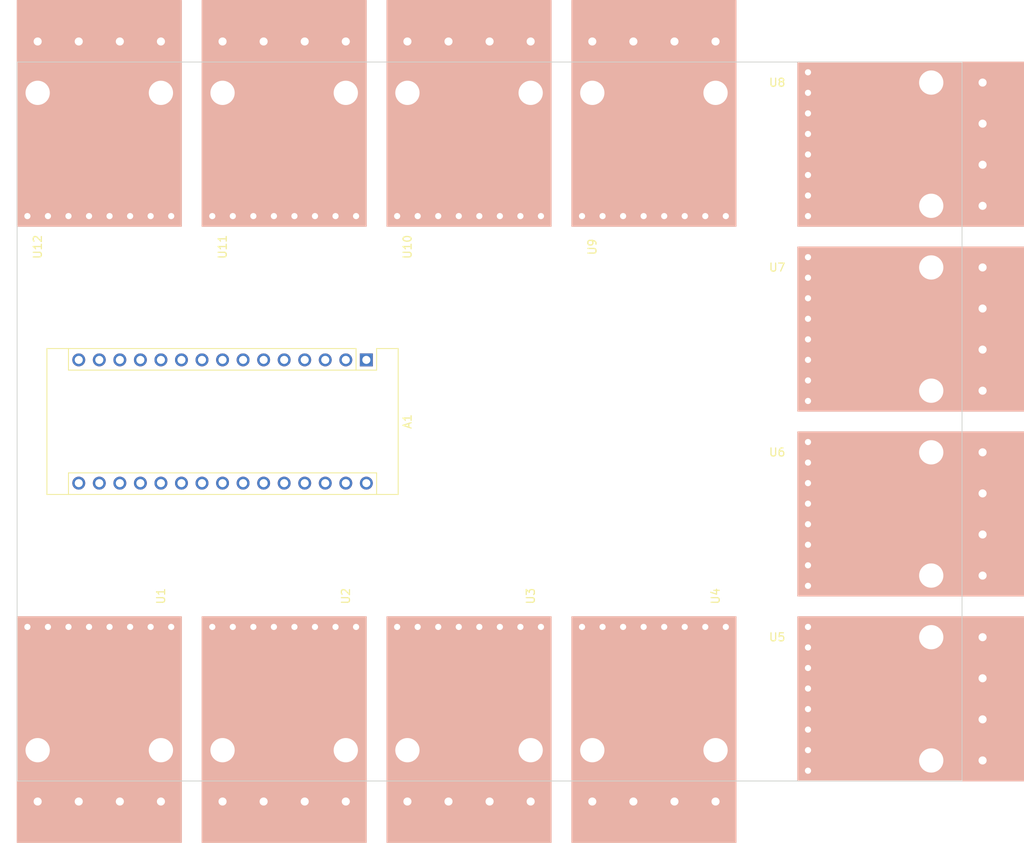
<source format=kicad_pcb>
(kicad_pcb (version 20171130) (host pcbnew "(5.1.9)-1")

  (general
    (thickness 1.6)
    (drawings 1)
    (tracks 0)
    (zones 0)
    (modules 13)
    (nets 102)
  )

  (page A4)
  (layers
    (0 F.Cu signal)
    (31 B.Cu signal)
    (32 B.Adhes user)
    (33 F.Adhes user)
    (34 B.Paste user)
    (35 F.Paste user)
    (36 B.SilkS user)
    (37 F.SilkS user)
    (38 B.Mask user)
    (39 F.Mask user)
    (40 Dwgs.User user)
    (41 Cmts.User user)
    (42 Eco1.User user)
    (43 Eco2.User user)
    (44 Edge.Cuts user)
    (45 Margin user)
    (46 B.CrtYd user)
    (47 F.CrtYd user)
    (48 B.Fab user)
    (49 F.Fab user)
  )

  (setup
    (last_trace_width 0.25)
    (trace_clearance 0.2)
    (zone_clearance 0.508)
    (zone_45_only no)
    (trace_min 0.2)
    (via_size 0.8)
    (via_drill 0.4)
    (via_min_size 0.4)
    (via_min_drill 0.3)
    (uvia_size 0.3)
    (uvia_drill 0.1)
    (uvias_allowed no)
    (uvia_min_size 0.2)
    (uvia_min_drill 0.1)
    (edge_width 0.05)
    (segment_width 0.2)
    (pcb_text_width 0.3)
    (pcb_text_size 1.5 1.5)
    (mod_edge_width 0.12)
    (mod_text_size 1 1)
    (mod_text_width 0.15)
    (pad_size 1.524 1.524)
    (pad_drill 0.762)
    (pad_to_mask_clearance 0)
    (aux_axis_origin 0 0)
    (visible_elements FFFFFF7F)
    (pcbplotparams
      (layerselection 0x010fc_ffffffff)
      (usegerberextensions false)
      (usegerberattributes true)
      (usegerberadvancedattributes true)
      (creategerberjobfile true)
      (excludeedgelayer true)
      (linewidth 0.100000)
      (plotframeref false)
      (viasonmask false)
      (mode 1)
      (useauxorigin false)
      (hpglpennumber 1)
      (hpglpenspeed 20)
      (hpglpendiameter 15.000000)
      (psnegative false)
      (psa4output false)
      (plotreference true)
      (plotvalue true)
      (plotinvisibletext false)
      (padsonsilk false)
      (subtractmaskfromsilk false)
      (outputformat 1)
      (mirror false)
      (drillshape 1)
      (scaleselection 1)
      (outputdirectory ""))
  )

  (net 0 "")
  (net 1 CLK)
  (net 2 SDO)
  (net 3 "Net-(A1-Pad30)")
  (net 4 SDI)
  (net 5 GND)
  (net 6 CS8)
  (net 7 "Net-(A1-Pad28)")
  (net 8 CS7)
  (net 9 +5V)
  (net 10 CS6)
  (net 11 "Net-(A1-Pad26)")
  (net 12 CS5)
  (net 13 "Net-(A1-Pad25)")
  (net 14 CS4)
  (net 15 "Net-(A1-Pad24)")
  (net 16 CS3)
  (net 17 "Net-(A1-Pad23)")
  (net 18 CS2)
  (net 19 "Net-(A1-Pad22)")
  (net 20 CS1)
  (net 21 CS11)
  (net 22 CS0)
  (net 23 CS10)
  (net 24 CS9)
  (net 25 "Net-(A1-Pad3)")
  (net 26 "Net-(A1-Pad18)")
  (net 27 "Net-(A1-Pad2)")
  (net 28 "Net-(A1-Pad17)")
  (net 29 "Net-(A1-Pad1)")
  (net 30 "Net-(U1-Pad12)")
  (net 31 "Net-(TH1-Pad3)")
  (net 32 "Net-(TH1-Pad2)")
  (net 33 "Net-(TH1-Pad1)")
  (net 34 "Net-(U1-Pad6)")
  (net 35 "Net-(U1-Pad5)")
  (net 36 "Net-(U2-Pad12)")
  (net 37 "Net-(TH2-Pad3)")
  (net 38 "Net-(TH2-Pad2)")
  (net 39 "Net-(TH2-Pad1)")
  (net 40 "Net-(U2-Pad6)")
  (net 41 "Net-(U2-Pad5)")
  (net 42 "Net-(U3-Pad12)")
  (net 43 "Net-(TH3-Pad3)")
  (net 44 "Net-(TH3-Pad2)")
  (net 45 "Net-(TH3-Pad1)")
  (net 46 "Net-(U3-Pad6)")
  (net 47 "Net-(U3-Pad5)")
  (net 48 "Net-(U4-Pad12)")
  (net 49 "Net-(TH4-Pad3)")
  (net 50 "Net-(TH4-Pad2)")
  (net 51 "Net-(TH4-Pad1)")
  (net 52 "Net-(U4-Pad6)")
  (net 53 "Net-(U4-Pad5)")
  (net 54 "Net-(U5-Pad12)")
  (net 55 "Net-(TH5-Pad3)")
  (net 56 "Net-(TH5-Pad2)")
  (net 57 "Net-(TH5-Pad1)")
  (net 58 "Net-(U5-Pad6)")
  (net 59 "Net-(U5-Pad5)")
  (net 60 "Net-(U6-Pad12)")
  (net 61 "Net-(TH6-Pad3)")
  (net 62 "Net-(TH6-Pad2)")
  (net 63 "Net-(TH6-Pad1)")
  (net 64 "Net-(U6-Pad6)")
  (net 65 "Net-(U6-Pad5)")
  (net 66 "Net-(U7-Pad12)")
  (net 67 "Net-(TH7-Pad3)")
  (net 68 "Net-(TH7-Pad2)")
  (net 69 "Net-(TH7-Pad1)")
  (net 70 "Net-(U7-Pad6)")
  (net 71 "Net-(U7-Pad5)")
  (net 72 "Net-(U8-Pad12)")
  (net 73 "Net-(TH8-Pad3)")
  (net 74 "Net-(TH8-Pad2)")
  (net 75 "Net-(TH8-Pad1)")
  (net 76 "Net-(U8-Pad6)")
  (net 77 "Net-(U8-Pad5)")
  (net 78 "Net-(U9-Pad12)")
  (net 79 "Net-(TH9-Pad3)")
  (net 80 "Net-(TH9-Pad2)")
  (net 81 "Net-(TH9-Pad1)")
  (net 82 "Net-(U9-Pad6)")
  (net 83 "Net-(U9-Pad5)")
  (net 84 "Net-(U10-Pad12)")
  (net 85 "Net-(TH10-Pad3)")
  (net 86 "Net-(TH10-Pad2)")
  (net 87 "Net-(TH10-Pad1)")
  (net 88 "Net-(U10-Pad6)")
  (net 89 "Net-(U10-Pad5)")
  (net 90 "Net-(U11-Pad12)")
  (net 91 "Net-(TH11-Pad3)")
  (net 92 "Net-(TH11-Pad2)")
  (net 93 "Net-(TH11-Pad1)")
  (net 94 "Net-(U11-Pad6)")
  (net 95 "Net-(U11-Pad5)")
  (net 96 "Net-(U12-Pad12)")
  (net 97 "Net-(TH12-Pad3)")
  (net 98 "Net-(TH12-Pad2)")
  (net 99 "Net-(TH12-Pad1)")
  (net 100 "Net-(U12-Pad6)")
  (net 101 "Net-(U12-Pad5)")

  (net_class Default "This is the default net class."
    (clearance 0.2)
    (trace_width 0.25)
    (via_dia 0.8)
    (via_drill 0.4)
    (uvia_dia 0.3)
    (uvia_drill 0.1)
    (add_net +5V)
    (add_net CLK)
    (add_net CS0)
    (add_net CS1)
    (add_net CS10)
    (add_net CS11)
    (add_net CS2)
    (add_net CS3)
    (add_net CS4)
    (add_net CS5)
    (add_net CS6)
    (add_net CS7)
    (add_net CS8)
    (add_net CS9)
    (add_net GND)
    (add_net "Net-(A1-Pad1)")
    (add_net "Net-(A1-Pad17)")
    (add_net "Net-(A1-Pad18)")
    (add_net "Net-(A1-Pad2)")
    (add_net "Net-(A1-Pad22)")
    (add_net "Net-(A1-Pad23)")
    (add_net "Net-(A1-Pad24)")
    (add_net "Net-(A1-Pad25)")
    (add_net "Net-(A1-Pad26)")
    (add_net "Net-(A1-Pad28)")
    (add_net "Net-(A1-Pad3)")
    (add_net "Net-(A1-Pad30)")
    (add_net "Net-(TH1-Pad1)")
    (add_net "Net-(TH1-Pad2)")
    (add_net "Net-(TH1-Pad3)")
    (add_net "Net-(TH10-Pad1)")
    (add_net "Net-(TH10-Pad2)")
    (add_net "Net-(TH10-Pad3)")
    (add_net "Net-(TH11-Pad1)")
    (add_net "Net-(TH11-Pad2)")
    (add_net "Net-(TH11-Pad3)")
    (add_net "Net-(TH12-Pad1)")
    (add_net "Net-(TH12-Pad2)")
    (add_net "Net-(TH12-Pad3)")
    (add_net "Net-(TH2-Pad1)")
    (add_net "Net-(TH2-Pad2)")
    (add_net "Net-(TH2-Pad3)")
    (add_net "Net-(TH3-Pad1)")
    (add_net "Net-(TH3-Pad2)")
    (add_net "Net-(TH3-Pad3)")
    (add_net "Net-(TH4-Pad1)")
    (add_net "Net-(TH4-Pad2)")
    (add_net "Net-(TH4-Pad3)")
    (add_net "Net-(TH5-Pad1)")
    (add_net "Net-(TH5-Pad2)")
    (add_net "Net-(TH5-Pad3)")
    (add_net "Net-(TH6-Pad1)")
    (add_net "Net-(TH6-Pad2)")
    (add_net "Net-(TH6-Pad3)")
    (add_net "Net-(TH7-Pad1)")
    (add_net "Net-(TH7-Pad2)")
    (add_net "Net-(TH7-Pad3)")
    (add_net "Net-(TH8-Pad1)")
    (add_net "Net-(TH8-Pad2)")
    (add_net "Net-(TH8-Pad3)")
    (add_net "Net-(TH9-Pad1)")
    (add_net "Net-(TH9-Pad2)")
    (add_net "Net-(TH9-Pad3)")
    (add_net "Net-(U1-Pad12)")
    (add_net "Net-(U1-Pad5)")
    (add_net "Net-(U1-Pad6)")
    (add_net "Net-(U10-Pad12)")
    (add_net "Net-(U10-Pad5)")
    (add_net "Net-(U10-Pad6)")
    (add_net "Net-(U11-Pad12)")
    (add_net "Net-(U11-Pad5)")
    (add_net "Net-(U11-Pad6)")
    (add_net "Net-(U12-Pad12)")
    (add_net "Net-(U12-Pad5)")
    (add_net "Net-(U12-Pad6)")
    (add_net "Net-(U2-Pad12)")
    (add_net "Net-(U2-Pad5)")
    (add_net "Net-(U2-Pad6)")
    (add_net "Net-(U3-Pad12)")
    (add_net "Net-(U3-Pad5)")
    (add_net "Net-(U3-Pad6)")
    (add_net "Net-(U4-Pad12)")
    (add_net "Net-(U4-Pad5)")
    (add_net "Net-(U4-Pad6)")
    (add_net "Net-(U5-Pad12)")
    (add_net "Net-(U5-Pad5)")
    (add_net "Net-(U5-Pad6)")
    (add_net "Net-(U6-Pad12)")
    (add_net "Net-(U6-Pad5)")
    (add_net "Net-(U6-Pad6)")
    (add_net "Net-(U7-Pad12)")
    (add_net "Net-(U7-Pad5)")
    (add_net "Net-(U7-Pad6)")
    (add_net "Net-(U8-Pad12)")
    (add_net "Net-(U8-Pad5)")
    (add_net "Net-(U8-Pad6)")
    (add_net "Net-(U9-Pad12)")
    (add_net "Net-(U9-Pad5)")
    (add_net "Net-(U9-Pad6)")
    (add_net SDI)
    (add_net SDO)
  )

  (module Connector:MAX31865_Module (layer F.Cu) (tedit 61705941) (tstamp 6170B917)
    (at 13.97 21.59 90)
    (path /6176D59C)
    (fp_text reference U12 (at -3.81 1.27 90) (layer F.SilkS)
      (effects (font (size 1 1) (thickness 0.15)))
    )
    (fp_text value MAX31865_Module (at -1.27 -2.54 90) (layer F.Fab)
      (effects (font (size 1 1) (thickness 0.15)))
    )
    (fp_poly (pts (xy 26.67 19.05) (xy -1.27 19.05) (xy -1.27 -1.27) (xy 26.67 -1.27)) (layer B.SilkS) (width 0.1))
    (pad 13 thru_hole circle (at 15.24 16.51 90) (size 3.524 3.524) (drill 3) (layers *.Cu *.Mask))
    (pad 13 thru_hole circle (at 15.24 1.27 90) (size 3.524 3.524) (drill 3) (layers *.Cu *.Mask))
    (pad 12 thru_hole circle (at 21.59 16.51 90) (size 2.524 2.524) (drill 1) (layers *.Cu *.Mask)
      (net 96 "Net-(U12-Pad12)"))
    (pad 11 thru_hole circle (at 21.59 11.43 90) (size 2.524 2.524) (drill 1) (layers *.Cu *.Mask)
      (net 97 "Net-(TH12-Pad3)"))
    (pad 10 thru_hole circle (at 21.59 6.35 90) (size 2.524 2.524) (drill 1) (layers *.Cu *.Mask)
      (net 98 "Net-(TH12-Pad2)"))
    (pad 9 thru_hole circle (at 21.59 1.27 90) (size 2.524 2.524) (drill 1) (layers *.Cu *.Mask)
      (net 99 "Net-(TH12-Pad1)"))
    (pad 8 thru_hole circle (at 0 17.78 90) (size 1.524 1.524) (drill 0.762) (layers *.Cu *.Mask)
      (net 9 +5V))
    (pad 7 thru_hole circle (at 0 15.24 90) (size 1.524 1.524) (drill 0.762) (layers *.Cu *.Mask)
      (net 5 GND))
    (pad 6 thru_hole circle (at 0 12.7 90) (size 1.524 1.524) (drill 0.762) (layers *.Cu *.Mask)
      (net 100 "Net-(U12-Pad6)"))
    (pad 5 thru_hole circle (at 0 10.16 90) (size 1.524 1.524) (drill 0.762) (layers *.Cu *.Mask)
      (net 101 "Net-(U12-Pad5)"))
    (pad 4 thru_hole circle (at 0 7.62 90) (size 1.524 1.524) (drill 0.762) (layers *.Cu *.Mask)
      (net 4 SDI))
    (pad 3 thru_hole circle (at 0 5.08 90) (size 1.524 1.524) (drill 0.762) (layers *.Cu *.Mask)
      (net 1 CLK))
    (pad 2 thru_hole circle (at 0 2.54 90) (size 1.524 1.524) (drill 0.762) (layers *.Cu *.Mask)
      (net 21 CS11))
    (pad 1 thru_hole circle (at 0 0 90) (size 1.524 1.524) (drill 0.762) (layers *.Cu *.Mask)
      (net 2 SDO))
  )

  (module Connector:MAX31865_Module (layer F.Cu) (tedit 61705941) (tstamp 6170B904)
    (at 36.83 21.59 90)
    (path /6175A06C)
    (fp_text reference U11 (at -3.81 1.27 90) (layer F.SilkS)
      (effects (font (size 1 1) (thickness 0.15)))
    )
    (fp_text value MAX31865_Module (at -1.27 -2.54 90) (layer F.Fab)
      (effects (font (size 1 1) (thickness 0.15)))
    )
    (fp_poly (pts (xy 26.67 19.05) (xy -1.27 19.05) (xy -1.27 -1.27) (xy 26.67 -1.27)) (layer B.SilkS) (width 0.1))
    (pad 13 thru_hole circle (at 15.24 16.51 90) (size 3.524 3.524) (drill 3) (layers *.Cu *.Mask))
    (pad 13 thru_hole circle (at 15.24 1.27 90) (size 3.524 3.524) (drill 3) (layers *.Cu *.Mask))
    (pad 12 thru_hole circle (at 21.59 16.51 90) (size 2.524 2.524) (drill 1) (layers *.Cu *.Mask)
      (net 90 "Net-(U11-Pad12)"))
    (pad 11 thru_hole circle (at 21.59 11.43 90) (size 2.524 2.524) (drill 1) (layers *.Cu *.Mask)
      (net 91 "Net-(TH11-Pad3)"))
    (pad 10 thru_hole circle (at 21.59 6.35 90) (size 2.524 2.524) (drill 1) (layers *.Cu *.Mask)
      (net 92 "Net-(TH11-Pad2)"))
    (pad 9 thru_hole circle (at 21.59 1.27 90) (size 2.524 2.524) (drill 1) (layers *.Cu *.Mask)
      (net 93 "Net-(TH11-Pad1)"))
    (pad 8 thru_hole circle (at 0 17.78 90) (size 1.524 1.524) (drill 0.762) (layers *.Cu *.Mask)
      (net 9 +5V))
    (pad 7 thru_hole circle (at 0 15.24 90) (size 1.524 1.524) (drill 0.762) (layers *.Cu *.Mask)
      (net 5 GND))
    (pad 6 thru_hole circle (at 0 12.7 90) (size 1.524 1.524) (drill 0.762) (layers *.Cu *.Mask)
      (net 94 "Net-(U11-Pad6)"))
    (pad 5 thru_hole circle (at 0 10.16 90) (size 1.524 1.524) (drill 0.762) (layers *.Cu *.Mask)
      (net 95 "Net-(U11-Pad5)"))
    (pad 4 thru_hole circle (at 0 7.62 90) (size 1.524 1.524) (drill 0.762) (layers *.Cu *.Mask)
      (net 4 SDI))
    (pad 3 thru_hole circle (at 0 5.08 90) (size 1.524 1.524) (drill 0.762) (layers *.Cu *.Mask)
      (net 1 CLK))
    (pad 2 thru_hole circle (at 0 2.54 90) (size 1.524 1.524) (drill 0.762) (layers *.Cu *.Mask)
      (net 12 CS5))
    (pad 1 thru_hole circle (at 0 0 90) (size 1.524 1.524) (drill 0.762) (layers *.Cu *.Mask)
      (net 2 SDO))
  )

  (module Connector:MAX31865_Module (layer F.Cu) (tedit 61705941) (tstamp 6170B8F1)
    (at 59.69 21.59 90)
    (path /6176D55F)
    (fp_text reference U10 (at -3.81 1.27 90) (layer F.SilkS)
      (effects (font (size 1 1) (thickness 0.15)))
    )
    (fp_text value MAX31865_Module (at -1.27 -2.54 90) (layer F.Fab)
      (effects (font (size 1 1) (thickness 0.15)))
    )
    (fp_poly (pts (xy 26.67 19.05) (xy -1.27 19.05) (xy -1.27 -1.27) (xy 26.67 -1.27)) (layer B.SilkS) (width 0.1))
    (pad 13 thru_hole circle (at 15.24 16.51 90) (size 3.524 3.524) (drill 3) (layers *.Cu *.Mask))
    (pad 13 thru_hole circle (at 15.24 1.27 90) (size 3.524 3.524) (drill 3) (layers *.Cu *.Mask))
    (pad 12 thru_hole circle (at 21.59 16.51 90) (size 2.524 2.524) (drill 1) (layers *.Cu *.Mask)
      (net 84 "Net-(U10-Pad12)"))
    (pad 11 thru_hole circle (at 21.59 11.43 90) (size 2.524 2.524) (drill 1) (layers *.Cu *.Mask)
      (net 85 "Net-(TH10-Pad3)"))
    (pad 10 thru_hole circle (at 21.59 6.35 90) (size 2.524 2.524) (drill 1) (layers *.Cu *.Mask)
      (net 86 "Net-(TH10-Pad2)"))
    (pad 9 thru_hole circle (at 21.59 1.27 90) (size 2.524 2.524) (drill 1) (layers *.Cu *.Mask)
      (net 87 "Net-(TH10-Pad1)"))
    (pad 8 thru_hole circle (at 0 17.78 90) (size 1.524 1.524) (drill 0.762) (layers *.Cu *.Mask)
      (net 9 +5V))
    (pad 7 thru_hole circle (at 0 15.24 90) (size 1.524 1.524) (drill 0.762) (layers *.Cu *.Mask)
      (net 5 GND))
    (pad 6 thru_hole circle (at 0 12.7 90) (size 1.524 1.524) (drill 0.762) (layers *.Cu *.Mask)
      (net 88 "Net-(U10-Pad6)"))
    (pad 5 thru_hole circle (at 0 10.16 90) (size 1.524 1.524) (drill 0.762) (layers *.Cu *.Mask)
      (net 89 "Net-(U10-Pad5)"))
    (pad 4 thru_hole circle (at 0 7.62 90) (size 1.524 1.524) (drill 0.762) (layers *.Cu *.Mask)
      (net 4 SDI))
    (pad 3 thru_hole circle (at 0 5.08 90) (size 1.524 1.524) (drill 0.762) (layers *.Cu *.Mask)
      (net 1 CLK))
    (pad 2 thru_hole circle (at 0 2.54 90) (size 1.524 1.524) (drill 0.762) (layers *.Cu *.Mask)
      (net 23 CS10))
    (pad 1 thru_hole circle (at 0 0 90) (size 1.524 1.524) (drill 0.762) (layers *.Cu *.Mask)
      (net 2 SDO))
  )

  (module Connector:MAX31865_Module (layer F.Cu) (tedit 61705941) (tstamp 6170B8DE)
    (at 82.55 21.59 90)
    (path /61759DE9)
    (fp_text reference U9 (at -3.81 1.27 90) (layer F.SilkS)
      (effects (font (size 1 1) (thickness 0.15)))
    )
    (fp_text value MAX31865_Module (at -1.27 -2.54 90) (layer F.Fab)
      (effects (font (size 1 1) (thickness 0.15)))
    )
    (fp_poly (pts (xy 26.67 19.05) (xy -1.27 19.05) (xy -1.27 -1.27) (xy 26.67 -1.27)) (layer B.SilkS) (width 0.1))
    (pad 13 thru_hole circle (at 15.24 16.51 90) (size 3.524 3.524) (drill 3) (layers *.Cu *.Mask))
    (pad 13 thru_hole circle (at 15.24 1.27 90) (size 3.524 3.524) (drill 3) (layers *.Cu *.Mask))
    (pad 12 thru_hole circle (at 21.59 16.51 90) (size 2.524 2.524) (drill 1) (layers *.Cu *.Mask)
      (net 78 "Net-(U9-Pad12)"))
    (pad 11 thru_hole circle (at 21.59 11.43 90) (size 2.524 2.524) (drill 1) (layers *.Cu *.Mask)
      (net 79 "Net-(TH9-Pad3)"))
    (pad 10 thru_hole circle (at 21.59 6.35 90) (size 2.524 2.524) (drill 1) (layers *.Cu *.Mask)
      (net 80 "Net-(TH9-Pad2)"))
    (pad 9 thru_hole circle (at 21.59 1.27 90) (size 2.524 2.524) (drill 1) (layers *.Cu *.Mask)
      (net 81 "Net-(TH9-Pad1)"))
    (pad 8 thru_hole circle (at 0 17.78 90) (size 1.524 1.524) (drill 0.762) (layers *.Cu *.Mask)
      (net 9 +5V))
    (pad 7 thru_hole circle (at 0 15.24 90) (size 1.524 1.524) (drill 0.762) (layers *.Cu *.Mask)
      (net 5 GND))
    (pad 6 thru_hole circle (at 0 12.7 90) (size 1.524 1.524) (drill 0.762) (layers *.Cu *.Mask)
      (net 82 "Net-(U9-Pad6)"))
    (pad 5 thru_hole circle (at 0 10.16 90) (size 1.524 1.524) (drill 0.762) (layers *.Cu *.Mask)
      (net 83 "Net-(U9-Pad5)"))
    (pad 4 thru_hole circle (at 0 7.62 90) (size 1.524 1.524) (drill 0.762) (layers *.Cu *.Mask)
      (net 4 SDI))
    (pad 3 thru_hole circle (at 0 5.08 90) (size 1.524 1.524) (drill 0.762) (layers *.Cu *.Mask)
      (net 1 CLK))
    (pad 2 thru_hole circle (at 0 2.54 90) (size 1.524 1.524) (drill 0.762) (layers *.Cu *.Mask)
      (net 14 CS4))
    (pad 1 thru_hole circle (at 0 0 90) (size 1.524 1.524) (drill 0.762) (layers *.Cu *.Mask)
      (net 2 SDO))
  )

  (module Connector:MAX31865_Module (layer F.Cu) (tedit 61705941) (tstamp 6170B8CB)
    (at 110.49 3.81)
    (path /6176D522)
    (fp_text reference U8 (at -3.81 1.27) (layer F.SilkS)
      (effects (font (size 1 1) (thickness 0.15)))
    )
    (fp_text value MAX31865_Module (at -1.27 -2.54) (layer F.Fab)
      (effects (font (size 1 1) (thickness 0.15)))
    )
    (fp_poly (pts (xy 26.67 19.05) (xy -1.27 19.05) (xy -1.27 -1.27) (xy 26.67 -1.27)) (layer B.SilkS) (width 0.1))
    (pad 13 thru_hole circle (at 15.24 16.51) (size 3.524 3.524) (drill 3) (layers *.Cu *.Mask))
    (pad 13 thru_hole circle (at 15.24 1.27) (size 3.524 3.524) (drill 3) (layers *.Cu *.Mask))
    (pad 12 thru_hole circle (at 21.59 16.51) (size 2.524 2.524) (drill 1) (layers *.Cu *.Mask)
      (net 72 "Net-(U8-Pad12)"))
    (pad 11 thru_hole circle (at 21.59 11.43) (size 2.524 2.524) (drill 1) (layers *.Cu *.Mask)
      (net 73 "Net-(TH8-Pad3)"))
    (pad 10 thru_hole circle (at 21.59 6.35) (size 2.524 2.524) (drill 1) (layers *.Cu *.Mask)
      (net 74 "Net-(TH8-Pad2)"))
    (pad 9 thru_hole circle (at 21.59 1.27) (size 2.524 2.524) (drill 1) (layers *.Cu *.Mask)
      (net 75 "Net-(TH8-Pad1)"))
    (pad 8 thru_hole circle (at 0 17.78) (size 1.524 1.524) (drill 0.762) (layers *.Cu *.Mask)
      (net 9 +5V))
    (pad 7 thru_hole circle (at 0 15.24) (size 1.524 1.524) (drill 0.762) (layers *.Cu *.Mask)
      (net 5 GND))
    (pad 6 thru_hole circle (at 0 12.7) (size 1.524 1.524) (drill 0.762) (layers *.Cu *.Mask)
      (net 76 "Net-(U8-Pad6)"))
    (pad 5 thru_hole circle (at 0 10.16) (size 1.524 1.524) (drill 0.762) (layers *.Cu *.Mask)
      (net 77 "Net-(U8-Pad5)"))
    (pad 4 thru_hole circle (at 0 7.62) (size 1.524 1.524) (drill 0.762) (layers *.Cu *.Mask)
      (net 4 SDI))
    (pad 3 thru_hole circle (at 0 5.08) (size 1.524 1.524) (drill 0.762) (layers *.Cu *.Mask)
      (net 1 CLK))
    (pad 2 thru_hole circle (at 0 2.54) (size 1.524 1.524) (drill 0.762) (layers *.Cu *.Mask)
      (net 24 CS9))
    (pad 1 thru_hole circle (at 0 0) (size 1.524 1.524) (drill 0.762) (layers *.Cu *.Mask)
      (net 2 SDO))
  )

  (module Connector:MAX31865_Module (layer F.Cu) (tedit 61705941) (tstamp 6170B8B8)
    (at 110.49 26.67)
    (path /61751639)
    (fp_text reference U7 (at -3.81 1.27) (layer F.SilkS)
      (effects (font (size 1 1) (thickness 0.15)))
    )
    (fp_text value MAX31865_Module (at -1.27 -2.54) (layer F.Fab)
      (effects (font (size 1 1) (thickness 0.15)))
    )
    (fp_poly (pts (xy 26.67 19.05) (xy -1.27 19.05) (xy -1.27 -1.27) (xy 26.67 -1.27)) (layer B.SilkS) (width 0.1))
    (pad 13 thru_hole circle (at 15.24 16.51) (size 3.524 3.524) (drill 3) (layers *.Cu *.Mask))
    (pad 13 thru_hole circle (at 15.24 1.27) (size 3.524 3.524) (drill 3) (layers *.Cu *.Mask))
    (pad 12 thru_hole circle (at 21.59 16.51) (size 2.524 2.524) (drill 1) (layers *.Cu *.Mask)
      (net 66 "Net-(U7-Pad12)"))
    (pad 11 thru_hole circle (at 21.59 11.43) (size 2.524 2.524) (drill 1) (layers *.Cu *.Mask)
      (net 67 "Net-(TH7-Pad3)"))
    (pad 10 thru_hole circle (at 21.59 6.35) (size 2.524 2.524) (drill 1) (layers *.Cu *.Mask)
      (net 68 "Net-(TH7-Pad2)"))
    (pad 9 thru_hole circle (at 21.59 1.27) (size 2.524 2.524) (drill 1) (layers *.Cu *.Mask)
      (net 69 "Net-(TH7-Pad1)"))
    (pad 8 thru_hole circle (at 0 17.78) (size 1.524 1.524) (drill 0.762) (layers *.Cu *.Mask)
      (net 9 +5V))
    (pad 7 thru_hole circle (at 0 15.24) (size 1.524 1.524) (drill 0.762) (layers *.Cu *.Mask)
      (net 5 GND))
    (pad 6 thru_hole circle (at 0 12.7) (size 1.524 1.524) (drill 0.762) (layers *.Cu *.Mask)
      (net 70 "Net-(U7-Pad6)"))
    (pad 5 thru_hole circle (at 0 10.16) (size 1.524 1.524) (drill 0.762) (layers *.Cu *.Mask)
      (net 71 "Net-(U7-Pad5)"))
    (pad 4 thru_hole circle (at 0 7.62) (size 1.524 1.524) (drill 0.762) (layers *.Cu *.Mask)
      (net 4 SDI))
    (pad 3 thru_hole circle (at 0 5.08) (size 1.524 1.524) (drill 0.762) (layers *.Cu *.Mask)
      (net 1 CLK))
    (pad 2 thru_hole circle (at 0 2.54) (size 1.524 1.524) (drill 0.762) (layers *.Cu *.Mask)
      (net 16 CS3))
    (pad 1 thru_hole circle (at 0 0) (size 1.524 1.524) (drill 0.762) (layers *.Cu *.Mask)
      (net 2 SDO))
  )

  (module Connector:MAX31865_Module (layer F.Cu) (tedit 61705941) (tstamp 6170BE55)
    (at 110.49 49.53)
    (path /6176D4E5)
    (fp_text reference U6 (at -3.81 1.27) (layer F.SilkS)
      (effects (font (size 1 1) (thickness 0.15)))
    )
    (fp_text value MAX31865_Module (at -1.27 -2.54) (layer F.Fab)
      (effects (font (size 1 1) (thickness 0.15)))
    )
    (fp_poly (pts (xy 26.67 19.05) (xy -1.27 19.05) (xy -1.27 -1.27) (xy 26.67 -1.27)) (layer B.SilkS) (width 0.1))
    (pad 13 thru_hole circle (at 15.24 16.51) (size 3.524 3.524) (drill 3) (layers *.Cu *.Mask))
    (pad 13 thru_hole circle (at 15.24 1.27) (size 3.524 3.524) (drill 3) (layers *.Cu *.Mask))
    (pad 12 thru_hole circle (at 21.59 16.51) (size 2.524 2.524) (drill 1) (layers *.Cu *.Mask)
      (net 60 "Net-(U6-Pad12)"))
    (pad 11 thru_hole circle (at 21.59 11.43) (size 2.524 2.524) (drill 1) (layers *.Cu *.Mask)
      (net 61 "Net-(TH6-Pad3)"))
    (pad 10 thru_hole circle (at 21.59 6.35) (size 2.524 2.524) (drill 1) (layers *.Cu *.Mask)
      (net 62 "Net-(TH6-Pad2)"))
    (pad 9 thru_hole circle (at 21.59 1.27) (size 2.524 2.524) (drill 1) (layers *.Cu *.Mask)
      (net 63 "Net-(TH6-Pad1)"))
    (pad 8 thru_hole circle (at 0 17.78) (size 1.524 1.524) (drill 0.762) (layers *.Cu *.Mask)
      (net 9 +5V))
    (pad 7 thru_hole circle (at 0 15.24) (size 1.524 1.524) (drill 0.762) (layers *.Cu *.Mask)
      (net 5 GND))
    (pad 6 thru_hole circle (at 0 12.7) (size 1.524 1.524) (drill 0.762) (layers *.Cu *.Mask)
      (net 64 "Net-(U6-Pad6)"))
    (pad 5 thru_hole circle (at 0 10.16) (size 1.524 1.524) (drill 0.762) (layers *.Cu *.Mask)
      (net 65 "Net-(U6-Pad5)"))
    (pad 4 thru_hole circle (at 0 7.62) (size 1.524 1.524) (drill 0.762) (layers *.Cu *.Mask)
      (net 4 SDI))
    (pad 3 thru_hole circle (at 0 5.08) (size 1.524 1.524) (drill 0.762) (layers *.Cu *.Mask)
      (net 1 CLK))
    (pad 2 thru_hole circle (at 0 2.54) (size 1.524 1.524) (drill 0.762) (layers *.Cu *.Mask)
      (net 6 CS8))
    (pad 1 thru_hole circle (at 0 0) (size 1.524 1.524) (drill 0.762) (layers *.Cu *.Mask)
      (net 2 SDO))
  )

  (module Connector:MAX31865_Module (layer F.Cu) (tedit 61705941) (tstamp 6170B892)
    (at 110.49 72.39)
    (path /61751496)
    (fp_text reference U5 (at -3.81 1.27) (layer F.SilkS)
      (effects (font (size 1 1) (thickness 0.15)))
    )
    (fp_text value MAX31865_Module (at -1.27 -2.54) (layer F.Fab)
      (effects (font (size 1 1) (thickness 0.15)))
    )
    (fp_poly (pts (xy 26.67 19.05) (xy -1.27 19.05) (xy -1.27 -1.27) (xy 26.67 -1.27)) (layer B.SilkS) (width 0.1))
    (pad 13 thru_hole circle (at 15.24 16.51) (size 3.524 3.524) (drill 3) (layers *.Cu *.Mask))
    (pad 13 thru_hole circle (at 15.24 1.27) (size 3.524 3.524) (drill 3) (layers *.Cu *.Mask))
    (pad 12 thru_hole circle (at 21.59 16.51) (size 2.524 2.524) (drill 1) (layers *.Cu *.Mask)
      (net 54 "Net-(U5-Pad12)"))
    (pad 11 thru_hole circle (at 21.59 11.43) (size 2.524 2.524) (drill 1) (layers *.Cu *.Mask)
      (net 55 "Net-(TH5-Pad3)"))
    (pad 10 thru_hole circle (at 21.59 6.35) (size 2.524 2.524) (drill 1) (layers *.Cu *.Mask)
      (net 56 "Net-(TH5-Pad2)"))
    (pad 9 thru_hole circle (at 21.59 1.27) (size 2.524 2.524) (drill 1) (layers *.Cu *.Mask)
      (net 57 "Net-(TH5-Pad1)"))
    (pad 8 thru_hole circle (at 0 17.78) (size 1.524 1.524) (drill 0.762) (layers *.Cu *.Mask)
      (net 9 +5V))
    (pad 7 thru_hole circle (at 0 15.24) (size 1.524 1.524) (drill 0.762) (layers *.Cu *.Mask)
      (net 5 GND))
    (pad 6 thru_hole circle (at 0 12.7) (size 1.524 1.524) (drill 0.762) (layers *.Cu *.Mask)
      (net 58 "Net-(U5-Pad6)"))
    (pad 5 thru_hole circle (at 0 10.16) (size 1.524 1.524) (drill 0.762) (layers *.Cu *.Mask)
      (net 59 "Net-(U5-Pad5)"))
    (pad 4 thru_hole circle (at 0 7.62) (size 1.524 1.524) (drill 0.762) (layers *.Cu *.Mask)
      (net 4 SDI))
    (pad 3 thru_hole circle (at 0 5.08) (size 1.524 1.524) (drill 0.762) (layers *.Cu *.Mask)
      (net 1 CLK))
    (pad 2 thru_hole circle (at 0 2.54) (size 1.524 1.524) (drill 0.762) (layers *.Cu *.Mask)
      (net 18 CS2))
    (pad 1 thru_hole circle (at 0 0) (size 1.524 1.524) (drill 0.762) (layers *.Cu *.Mask)
      (net 2 SDO))
  )

  (module Connector:MAX31865_Module (layer F.Cu) (tedit 61705941) (tstamp 6170B87F)
    (at 100.33 72.39 270)
    (path /6176D4A8)
    (fp_text reference U4 (at -3.81 1.27 90) (layer F.SilkS)
      (effects (font (size 1 1) (thickness 0.15)))
    )
    (fp_text value MAX31865_Module (at -1.27 -2.54 90) (layer F.Fab)
      (effects (font (size 1 1) (thickness 0.15)))
    )
    (fp_poly (pts (xy 26.67 19.05) (xy -1.27 19.05) (xy -1.27 -1.27) (xy 26.67 -1.27)) (layer B.SilkS) (width 0.1))
    (pad 13 thru_hole circle (at 15.24 16.51 270) (size 3.524 3.524) (drill 3) (layers *.Cu *.Mask))
    (pad 13 thru_hole circle (at 15.24 1.27 270) (size 3.524 3.524) (drill 3) (layers *.Cu *.Mask))
    (pad 12 thru_hole circle (at 21.59 16.51 270) (size 2.524 2.524) (drill 1) (layers *.Cu *.Mask)
      (net 48 "Net-(U4-Pad12)"))
    (pad 11 thru_hole circle (at 21.59 11.43 270) (size 2.524 2.524) (drill 1) (layers *.Cu *.Mask)
      (net 49 "Net-(TH4-Pad3)"))
    (pad 10 thru_hole circle (at 21.59 6.35 270) (size 2.524 2.524) (drill 1) (layers *.Cu *.Mask)
      (net 50 "Net-(TH4-Pad2)"))
    (pad 9 thru_hole circle (at 21.59 1.27 270) (size 2.524 2.524) (drill 1) (layers *.Cu *.Mask)
      (net 51 "Net-(TH4-Pad1)"))
    (pad 8 thru_hole circle (at 0 17.78 270) (size 1.524 1.524) (drill 0.762) (layers *.Cu *.Mask)
      (net 9 +5V))
    (pad 7 thru_hole circle (at 0 15.24 270) (size 1.524 1.524) (drill 0.762) (layers *.Cu *.Mask)
      (net 5 GND))
    (pad 6 thru_hole circle (at 0 12.7 270) (size 1.524 1.524) (drill 0.762) (layers *.Cu *.Mask)
      (net 52 "Net-(U4-Pad6)"))
    (pad 5 thru_hole circle (at 0 10.16 270) (size 1.524 1.524) (drill 0.762) (layers *.Cu *.Mask)
      (net 53 "Net-(U4-Pad5)"))
    (pad 4 thru_hole circle (at 0 7.62 270) (size 1.524 1.524) (drill 0.762) (layers *.Cu *.Mask)
      (net 4 SDI))
    (pad 3 thru_hole circle (at 0 5.08 270) (size 1.524 1.524) (drill 0.762) (layers *.Cu *.Mask)
      (net 1 CLK))
    (pad 2 thru_hole circle (at 0 2.54 270) (size 1.524 1.524) (drill 0.762) (layers *.Cu *.Mask)
      (net 8 CS7))
    (pad 1 thru_hole circle (at 0 0 270) (size 1.524 1.524) (drill 0.762) (layers *.Cu *.Mask)
      (net 2 SDO))
  )

  (module Connector:MAX31865_Module (layer F.Cu) (tedit 61705941) (tstamp 6170B86C)
    (at 77.47 72.39 270)
    (path /6174427E)
    (fp_text reference U3 (at -3.81 1.27 90) (layer F.SilkS)
      (effects (font (size 1 1) (thickness 0.15)))
    )
    (fp_text value MAX31865_Module (at -1.27 -2.54 90) (layer F.Fab)
      (effects (font (size 1 1) (thickness 0.15)))
    )
    (fp_poly (pts (xy 26.67 19.05) (xy -1.27 19.05) (xy -1.27 -1.27) (xy 26.67 -1.27)) (layer B.SilkS) (width 0.1))
    (pad 13 thru_hole circle (at 15.24 16.51 270) (size 3.524 3.524) (drill 3) (layers *.Cu *.Mask))
    (pad 13 thru_hole circle (at 15.24 1.27 270) (size 3.524 3.524) (drill 3) (layers *.Cu *.Mask))
    (pad 12 thru_hole circle (at 21.59 16.51 270) (size 2.524 2.524) (drill 1) (layers *.Cu *.Mask)
      (net 42 "Net-(U3-Pad12)"))
    (pad 11 thru_hole circle (at 21.59 11.43 270) (size 2.524 2.524) (drill 1) (layers *.Cu *.Mask)
      (net 43 "Net-(TH3-Pad3)"))
    (pad 10 thru_hole circle (at 21.59 6.35 270) (size 2.524 2.524) (drill 1) (layers *.Cu *.Mask)
      (net 44 "Net-(TH3-Pad2)"))
    (pad 9 thru_hole circle (at 21.59 1.27 270) (size 2.524 2.524) (drill 1) (layers *.Cu *.Mask)
      (net 45 "Net-(TH3-Pad1)"))
    (pad 8 thru_hole circle (at 0 17.78 270) (size 1.524 1.524) (drill 0.762) (layers *.Cu *.Mask)
      (net 9 +5V))
    (pad 7 thru_hole circle (at 0 15.24 270) (size 1.524 1.524) (drill 0.762) (layers *.Cu *.Mask)
      (net 5 GND))
    (pad 6 thru_hole circle (at 0 12.7 270) (size 1.524 1.524) (drill 0.762) (layers *.Cu *.Mask)
      (net 46 "Net-(U3-Pad6)"))
    (pad 5 thru_hole circle (at 0 10.16 270) (size 1.524 1.524) (drill 0.762) (layers *.Cu *.Mask)
      (net 47 "Net-(U3-Pad5)"))
    (pad 4 thru_hole circle (at 0 7.62 270) (size 1.524 1.524) (drill 0.762) (layers *.Cu *.Mask)
      (net 4 SDI))
    (pad 3 thru_hole circle (at 0 5.08 270) (size 1.524 1.524) (drill 0.762) (layers *.Cu *.Mask)
      (net 1 CLK))
    (pad 2 thru_hole circle (at 0 2.54 270) (size 1.524 1.524) (drill 0.762) (layers *.Cu *.Mask)
      (net 20 CS1))
    (pad 1 thru_hole circle (at 0 0 270) (size 1.524 1.524) (drill 0.762) (layers *.Cu *.Mask)
      (net 2 SDO))
  )

  (module Connector:MAX31865_Module (layer F.Cu) (tedit 61705941) (tstamp 6170BBFE)
    (at 54.61 72.39 270)
    (path /6176D145)
    (fp_text reference U2 (at -3.81 1.27 90) (layer F.SilkS)
      (effects (font (size 1 1) (thickness 0.15)))
    )
    (fp_text value MAX31865_Module (at -1.27 -2.54 90) (layer F.Fab)
      (effects (font (size 1 1) (thickness 0.15)))
    )
    (fp_poly (pts (xy 26.67 19.05) (xy -1.27 19.05) (xy -1.27 -1.27) (xy 26.67 -1.27)) (layer B.SilkS) (width 0.1))
    (pad 13 thru_hole circle (at 15.24 16.51 270) (size 3.524 3.524) (drill 3) (layers *.Cu *.Mask))
    (pad 13 thru_hole circle (at 15.24 1.27 270) (size 3.524 3.524) (drill 3) (layers *.Cu *.Mask))
    (pad 12 thru_hole circle (at 21.59 16.51 270) (size 2.524 2.524) (drill 1) (layers *.Cu *.Mask)
      (net 36 "Net-(U2-Pad12)"))
    (pad 11 thru_hole circle (at 21.59 11.43 270) (size 2.524 2.524) (drill 1) (layers *.Cu *.Mask)
      (net 37 "Net-(TH2-Pad3)"))
    (pad 10 thru_hole circle (at 21.59 6.35 270) (size 2.524 2.524) (drill 1) (layers *.Cu *.Mask)
      (net 38 "Net-(TH2-Pad2)"))
    (pad 9 thru_hole circle (at 21.59 1.27 270) (size 2.524 2.524) (drill 1) (layers *.Cu *.Mask)
      (net 39 "Net-(TH2-Pad1)"))
    (pad 8 thru_hole circle (at 0 17.78 270) (size 1.524 1.524) (drill 0.762) (layers *.Cu *.Mask)
      (net 9 +5V))
    (pad 7 thru_hole circle (at 0 15.24 270) (size 1.524 1.524) (drill 0.762) (layers *.Cu *.Mask)
      (net 5 GND))
    (pad 6 thru_hole circle (at 0 12.7 270) (size 1.524 1.524) (drill 0.762) (layers *.Cu *.Mask)
      (net 40 "Net-(U2-Pad6)"))
    (pad 5 thru_hole circle (at 0 10.16 270) (size 1.524 1.524) (drill 0.762) (layers *.Cu *.Mask)
      (net 41 "Net-(U2-Pad5)"))
    (pad 4 thru_hole circle (at 0 7.62 270) (size 1.524 1.524) (drill 0.762) (layers *.Cu *.Mask)
      (net 4 SDI))
    (pad 3 thru_hole circle (at 0 5.08 270) (size 1.524 1.524) (drill 0.762) (layers *.Cu *.Mask)
      (net 1 CLK))
    (pad 2 thru_hole circle (at 0 2.54 270) (size 1.524 1.524) (drill 0.762) (layers *.Cu *.Mask)
      (net 10 CS6))
    (pad 1 thru_hole circle (at 0 0 270) (size 1.524 1.524) (drill 0.762) (layers *.Cu *.Mask)
      (net 2 SDO))
  )

  (module Connector:MAX31865_Module (layer F.Cu) (tedit 61705941) (tstamp 6170B846)
    (at 31.75 72.39 270)
    (path /6170616B)
    (fp_text reference U1 (at -3.81 1.27 90) (layer F.SilkS)
      (effects (font (size 1 1) (thickness 0.15)))
    )
    (fp_text value MAX31865_Module (at -1.27 -2.54 90) (layer F.Fab)
      (effects (font (size 1 1) (thickness 0.15)))
    )
    (fp_poly (pts (xy 26.67 19.05) (xy -1.27 19.05) (xy -1.27 -1.27) (xy 26.67 -1.27)) (layer B.SilkS) (width 0.1))
    (pad 13 thru_hole circle (at 15.24 16.51 270) (size 3.524 3.524) (drill 3) (layers *.Cu *.Mask))
    (pad 13 thru_hole circle (at 15.24 1.27 270) (size 3.524 3.524) (drill 3) (layers *.Cu *.Mask))
    (pad 12 thru_hole circle (at 21.59 16.51 270) (size 2.524 2.524) (drill 1) (layers *.Cu *.Mask)
      (net 30 "Net-(U1-Pad12)"))
    (pad 11 thru_hole circle (at 21.59 11.43 270) (size 2.524 2.524) (drill 1) (layers *.Cu *.Mask)
      (net 31 "Net-(TH1-Pad3)"))
    (pad 10 thru_hole circle (at 21.59 6.35 270) (size 2.524 2.524) (drill 1) (layers *.Cu *.Mask)
      (net 32 "Net-(TH1-Pad2)"))
    (pad 9 thru_hole circle (at 21.59 1.27 270) (size 2.524 2.524) (drill 1) (layers *.Cu *.Mask)
      (net 33 "Net-(TH1-Pad1)"))
    (pad 8 thru_hole circle (at 0 17.78 270) (size 1.524 1.524) (drill 0.762) (layers *.Cu *.Mask)
      (net 9 +5V))
    (pad 7 thru_hole circle (at 0 15.24 270) (size 1.524 1.524) (drill 0.762) (layers *.Cu *.Mask)
      (net 5 GND))
    (pad 6 thru_hole circle (at 0 12.7 270) (size 1.524 1.524) (drill 0.762) (layers *.Cu *.Mask)
      (net 34 "Net-(U1-Pad6)"))
    (pad 5 thru_hole circle (at 0 10.16 270) (size 1.524 1.524) (drill 0.762) (layers *.Cu *.Mask)
      (net 35 "Net-(U1-Pad5)"))
    (pad 4 thru_hole circle (at 0 7.62 270) (size 1.524 1.524) (drill 0.762) (layers *.Cu *.Mask)
      (net 4 SDI))
    (pad 3 thru_hole circle (at 0 5.08 270) (size 1.524 1.524) (drill 0.762) (layers *.Cu *.Mask)
      (net 1 CLK))
    (pad 2 thru_hole circle (at 0 2.54 270) (size 1.524 1.524) (drill 0.762) (layers *.Cu *.Mask)
      (net 22 CS0))
    (pad 1 thru_hole circle (at 0 0 270) (size 1.524 1.524) (drill 0.762) (layers *.Cu *.Mask)
      (net 2 SDO))
  )

  (module Module:Arduino_Nano (layer F.Cu) (tedit 58ACAF70) (tstamp 6170B1AE)
    (at 55.88 39.37 270)
    (descr "Arduino Nano, http://www.mouser.com/pdfdocs/Gravitech_Arduino_Nano3_0.pdf")
    (tags "Arduino Nano")
    (path /617052EC)
    (fp_text reference A1 (at 7.62 -5.08 90) (layer F.SilkS)
      (effects (font (size 1 1) (thickness 0.15)))
    )
    (fp_text value Arduino_Nano_v3.x (at 8.89 19.05) (layer F.Fab)
      (effects (font (size 1 1) (thickness 0.15)))
    )
    (fp_text user %R (at 6.35 19.05) (layer F.Fab)
      (effects (font (size 1 1) (thickness 0.15)))
    )
    (fp_line (start 1.27 1.27) (end 1.27 -1.27) (layer F.SilkS) (width 0.12))
    (fp_line (start 1.27 -1.27) (end -1.4 -1.27) (layer F.SilkS) (width 0.12))
    (fp_line (start -1.4 1.27) (end -1.4 39.5) (layer F.SilkS) (width 0.12))
    (fp_line (start -1.4 -3.94) (end -1.4 -1.27) (layer F.SilkS) (width 0.12))
    (fp_line (start 13.97 -1.27) (end 16.64 -1.27) (layer F.SilkS) (width 0.12))
    (fp_line (start 13.97 -1.27) (end 13.97 36.83) (layer F.SilkS) (width 0.12))
    (fp_line (start 13.97 36.83) (end 16.64 36.83) (layer F.SilkS) (width 0.12))
    (fp_line (start 1.27 1.27) (end -1.4 1.27) (layer F.SilkS) (width 0.12))
    (fp_line (start 1.27 1.27) (end 1.27 36.83) (layer F.SilkS) (width 0.12))
    (fp_line (start 1.27 36.83) (end -1.4 36.83) (layer F.SilkS) (width 0.12))
    (fp_line (start 3.81 31.75) (end 11.43 31.75) (layer F.Fab) (width 0.1))
    (fp_line (start 11.43 31.75) (end 11.43 41.91) (layer F.Fab) (width 0.1))
    (fp_line (start 11.43 41.91) (end 3.81 41.91) (layer F.Fab) (width 0.1))
    (fp_line (start 3.81 41.91) (end 3.81 31.75) (layer F.Fab) (width 0.1))
    (fp_line (start -1.4 39.5) (end 16.64 39.5) (layer F.SilkS) (width 0.12))
    (fp_line (start 16.64 39.5) (end 16.64 -3.94) (layer F.SilkS) (width 0.12))
    (fp_line (start 16.64 -3.94) (end -1.4 -3.94) (layer F.SilkS) (width 0.12))
    (fp_line (start 16.51 39.37) (end -1.27 39.37) (layer F.Fab) (width 0.1))
    (fp_line (start -1.27 39.37) (end -1.27 -2.54) (layer F.Fab) (width 0.1))
    (fp_line (start -1.27 -2.54) (end 0 -3.81) (layer F.Fab) (width 0.1))
    (fp_line (start 0 -3.81) (end 16.51 -3.81) (layer F.Fab) (width 0.1))
    (fp_line (start 16.51 -3.81) (end 16.51 39.37) (layer F.Fab) (width 0.1))
    (fp_line (start -1.53 -4.06) (end 16.75 -4.06) (layer F.CrtYd) (width 0.05))
    (fp_line (start -1.53 -4.06) (end -1.53 42.16) (layer F.CrtYd) (width 0.05))
    (fp_line (start 16.75 42.16) (end 16.75 -4.06) (layer F.CrtYd) (width 0.05))
    (fp_line (start 16.75 42.16) (end -1.53 42.16) (layer F.CrtYd) (width 0.05))
    (pad 16 thru_hole oval (at 15.24 35.56 270) (size 1.6 1.6) (drill 1) (layers *.Cu *.Mask)
      (net 1 CLK))
    (pad 15 thru_hole oval (at 0 35.56 270) (size 1.6 1.6) (drill 1) (layers *.Cu *.Mask)
      (net 2 SDO))
    (pad 30 thru_hole oval (at 15.24 0 270) (size 1.6 1.6) (drill 1) (layers *.Cu *.Mask)
      (net 3 "Net-(A1-Pad30)"))
    (pad 14 thru_hole oval (at 0 33.02 270) (size 1.6 1.6) (drill 1) (layers *.Cu *.Mask)
      (net 4 SDI))
    (pad 29 thru_hole oval (at 15.24 2.54 270) (size 1.6 1.6) (drill 1) (layers *.Cu *.Mask)
      (net 5 GND))
    (pad 13 thru_hole oval (at 0 30.48 270) (size 1.6 1.6) (drill 1) (layers *.Cu *.Mask)
      (net 6 CS8))
    (pad 28 thru_hole oval (at 15.24 5.08 270) (size 1.6 1.6) (drill 1) (layers *.Cu *.Mask)
      (net 7 "Net-(A1-Pad28)"))
    (pad 12 thru_hole oval (at 0 27.94 270) (size 1.6 1.6) (drill 1) (layers *.Cu *.Mask)
      (net 8 CS7))
    (pad 27 thru_hole oval (at 15.24 7.62 270) (size 1.6 1.6) (drill 1) (layers *.Cu *.Mask)
      (net 9 +5V))
    (pad 11 thru_hole oval (at 0 25.4 270) (size 1.6 1.6) (drill 1) (layers *.Cu *.Mask)
      (net 10 CS6))
    (pad 26 thru_hole oval (at 15.24 10.16 270) (size 1.6 1.6) (drill 1) (layers *.Cu *.Mask)
      (net 11 "Net-(A1-Pad26)"))
    (pad 10 thru_hole oval (at 0 22.86 270) (size 1.6 1.6) (drill 1) (layers *.Cu *.Mask)
      (net 12 CS5))
    (pad 25 thru_hole oval (at 15.24 12.7 270) (size 1.6 1.6) (drill 1) (layers *.Cu *.Mask)
      (net 13 "Net-(A1-Pad25)"))
    (pad 9 thru_hole oval (at 0 20.32 270) (size 1.6 1.6) (drill 1) (layers *.Cu *.Mask)
      (net 14 CS4))
    (pad 24 thru_hole oval (at 15.24 15.24 270) (size 1.6 1.6) (drill 1) (layers *.Cu *.Mask)
      (net 15 "Net-(A1-Pad24)"))
    (pad 8 thru_hole oval (at 0 17.78 270) (size 1.6 1.6) (drill 1) (layers *.Cu *.Mask)
      (net 16 CS3))
    (pad 23 thru_hole oval (at 15.24 17.78 270) (size 1.6 1.6) (drill 1) (layers *.Cu *.Mask)
      (net 17 "Net-(A1-Pad23)"))
    (pad 7 thru_hole oval (at 0 15.24 270) (size 1.6 1.6) (drill 1) (layers *.Cu *.Mask)
      (net 18 CS2))
    (pad 22 thru_hole oval (at 15.24 20.32 270) (size 1.6 1.6) (drill 1) (layers *.Cu *.Mask)
      (net 19 "Net-(A1-Pad22)"))
    (pad 6 thru_hole oval (at 0 12.7 270) (size 1.6 1.6) (drill 1) (layers *.Cu *.Mask)
      (net 20 CS1))
    (pad 21 thru_hole oval (at 15.24 22.86 270) (size 1.6 1.6) (drill 1) (layers *.Cu *.Mask)
      (net 21 CS11))
    (pad 5 thru_hole oval (at 0 10.16 270) (size 1.6 1.6) (drill 1) (layers *.Cu *.Mask)
      (net 22 CS0))
    (pad 20 thru_hole oval (at 15.24 25.4 270) (size 1.6 1.6) (drill 1) (layers *.Cu *.Mask)
      (net 23 CS10))
    (pad 4 thru_hole oval (at 0 7.62 270) (size 1.6 1.6) (drill 1) (layers *.Cu *.Mask)
      (net 5 GND))
    (pad 19 thru_hole oval (at 15.24 27.94 270) (size 1.6 1.6) (drill 1) (layers *.Cu *.Mask)
      (net 24 CS9))
    (pad 3 thru_hole oval (at 0 5.08 270) (size 1.6 1.6) (drill 1) (layers *.Cu *.Mask)
      (net 25 "Net-(A1-Pad3)"))
    (pad 18 thru_hole oval (at 15.24 30.48 270) (size 1.6 1.6) (drill 1) (layers *.Cu *.Mask)
      (net 26 "Net-(A1-Pad18)"))
    (pad 2 thru_hole oval (at 0 2.54 270) (size 1.6 1.6) (drill 1) (layers *.Cu *.Mask)
      (net 27 "Net-(A1-Pad2)"))
    (pad 17 thru_hole oval (at 15.24 33.02 270) (size 1.6 1.6) (drill 1) (layers *.Cu *.Mask)
      (net 28 "Net-(A1-Pad17)"))
    (pad 1 thru_hole rect (at 0 0 270) (size 1.6 1.6) (drill 1) (layers *.Cu *.Mask)
      (net 29 "Net-(A1-Pad1)"))
    (model ${KISYS3DMOD}/Module.3dshapes/Arduino_Nano_WithMountingHoles.wrl
      (at (xyz 0 0 0))
      (scale (xyz 1 1 1))
      (rotate (xyz 0 0 0))
    )
    (model "C:/Users/RÜZGEM BRT-1/Documents/GitHub/PowerLab-CalorimeterDesign/Arduino_pcb/arduino nano.STEP"
      (offset (xyz 0 0 2.5))
      (scale (xyz 1 1 1))
      (rotate (xyz -90 0 90))
    )
  )

  (gr_poly (pts (xy 129.54 91.44) (xy 12.7 91.44) (xy 12.7 2.54) (xy 129.54 2.54)) (layer Edge.Cuts) (width 0.1))

)

</source>
